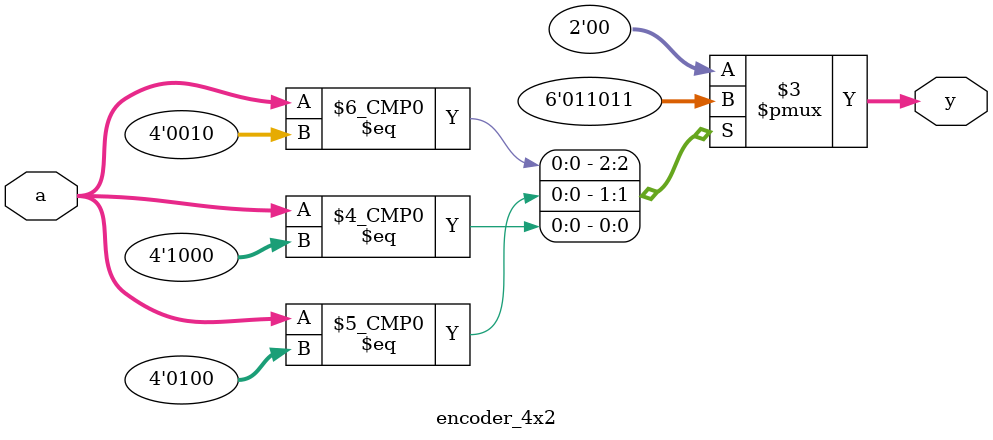
<source format=v>
module encoder_4x2(input [3:0]a,output reg [1:0]y);

always@(*)begin

case(a)
      4'b0001:y=00;
      4'b0010:y=01;
      4'b0100:y=10;
      4'b1000:y=11;
      
      default:y[1:0]=2'b00;
endcase

end
endmodule

</source>
